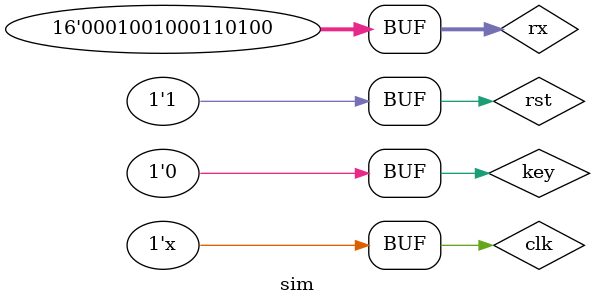
<source format=v>
`timescale 1 ns / 1 ps

module sim();
reg clk;
reg rst;
reg key;
reg [15:0] rx;
wire [15:0] LED;

GSR GSR_INST (.GSR(1'b1));  
PUR PUR_INST (.PUR(1'b1));	

CPU4 uut(
	.clk(clk),
	.rst(rst),
	.P(LED),
	.key(key),
	.rx(rx),
	.led_dig()
);

initial 
begin
	clk = 0;
	rst = 0;
	key = 1;
	
	#100
	rst = 1;
	
	#1000 key = 0;
	#1000 key = 1;
	#1000 key = 0;
	
	#200 rx = 16'haaaa;
	#200 rx = 16'h1234;
end

always begin
	#1 clk = ~clk;
end
	
endmodule
</source>
